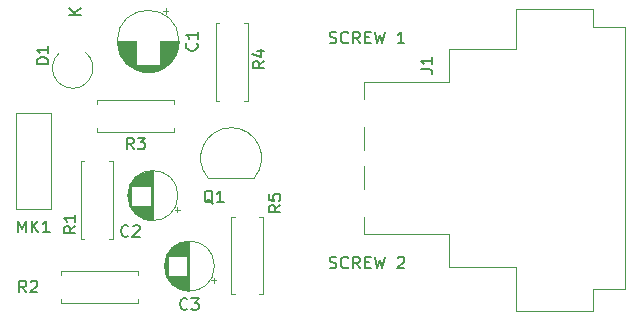
<source format=gbr>
%TF.GenerationSoftware,KiCad,Pcbnew,7.0.10*%
%TF.CreationDate,2024-01-29T12:38:23+01:00*%
%TF.ProjectId,01_taramapre,30315f74-6172-4616-9d61-7072652e6b69,rev?*%
%TF.SameCoordinates,Original*%
%TF.FileFunction,Legend,Top*%
%TF.FilePolarity,Positive*%
%FSLAX46Y46*%
G04 Gerber Fmt 4.6, Leading zero omitted, Abs format (unit mm)*
G04 Created by KiCad (PCBNEW 7.0.10) date 2024-01-29 12:38:23*
%MOMM*%
%LPD*%
G01*
G04 APERTURE LIST*
%ADD10C,0.150000*%
%ADD11C,0.120000*%
G04 APERTURE END LIST*
D10*
X137884819Y-77549333D02*
X138599104Y-77549333D01*
X138599104Y-77549333D02*
X138741961Y-77596952D01*
X138741961Y-77596952D02*
X138837200Y-77692190D01*
X138837200Y-77692190D02*
X138884819Y-77835047D01*
X138884819Y-77835047D02*
X138884819Y-77930285D01*
X138884819Y-76549333D02*
X138884819Y-77120761D01*
X138884819Y-76835047D02*
X137884819Y-76835047D01*
X137884819Y-76835047D02*
X138027676Y-76930285D01*
X138027676Y-76930285D02*
X138122914Y-77025523D01*
X138122914Y-77025523D02*
X138170533Y-77120761D01*
X103814476Y-91386819D02*
X103814476Y-90386819D01*
X103814476Y-90386819D02*
X104147809Y-91101104D01*
X104147809Y-91101104D02*
X104481142Y-90386819D01*
X104481142Y-90386819D02*
X104481142Y-91386819D01*
X104957333Y-91386819D02*
X104957333Y-90386819D01*
X105528761Y-91386819D02*
X105100190Y-90815390D01*
X105528761Y-90386819D02*
X104957333Y-90958247D01*
X106481142Y-91386819D02*
X105909714Y-91386819D01*
X106195428Y-91386819D02*
X106195428Y-90386819D01*
X106195428Y-90386819D02*
X106100190Y-90529676D01*
X106100190Y-90529676D02*
X106004952Y-90624914D01*
X106004952Y-90624914D02*
X105909714Y-90672533D01*
X126014819Y-89066666D02*
X125538628Y-89399999D01*
X126014819Y-89638094D02*
X125014819Y-89638094D01*
X125014819Y-89638094D02*
X125014819Y-89257142D01*
X125014819Y-89257142D02*
X125062438Y-89161904D01*
X125062438Y-89161904D02*
X125110057Y-89114285D01*
X125110057Y-89114285D02*
X125205295Y-89066666D01*
X125205295Y-89066666D02*
X125348152Y-89066666D01*
X125348152Y-89066666D02*
X125443390Y-89114285D01*
X125443390Y-89114285D02*
X125491009Y-89161904D01*
X125491009Y-89161904D02*
X125538628Y-89257142D01*
X125538628Y-89257142D02*
X125538628Y-89638094D01*
X125014819Y-88161904D02*
X125014819Y-88638094D01*
X125014819Y-88638094D02*
X125491009Y-88685713D01*
X125491009Y-88685713D02*
X125443390Y-88638094D01*
X125443390Y-88638094D02*
X125395771Y-88542856D01*
X125395771Y-88542856D02*
X125395771Y-88304761D01*
X125395771Y-88304761D02*
X125443390Y-88209523D01*
X125443390Y-88209523D02*
X125491009Y-88161904D01*
X125491009Y-88161904D02*
X125586247Y-88114285D01*
X125586247Y-88114285D02*
X125824342Y-88114285D01*
X125824342Y-88114285D02*
X125919580Y-88161904D01*
X125919580Y-88161904D02*
X125967200Y-88209523D01*
X125967200Y-88209523D02*
X126014819Y-88304761D01*
X126014819Y-88304761D02*
X126014819Y-88542856D01*
X126014819Y-88542856D02*
X125967200Y-88638094D01*
X125967200Y-88638094D02*
X125919580Y-88685713D01*
X113593333Y-84358819D02*
X113260000Y-83882628D01*
X113021905Y-84358819D02*
X113021905Y-83358819D01*
X113021905Y-83358819D02*
X113402857Y-83358819D01*
X113402857Y-83358819D02*
X113498095Y-83406438D01*
X113498095Y-83406438D02*
X113545714Y-83454057D01*
X113545714Y-83454057D02*
X113593333Y-83549295D01*
X113593333Y-83549295D02*
X113593333Y-83692152D01*
X113593333Y-83692152D02*
X113545714Y-83787390D01*
X113545714Y-83787390D02*
X113498095Y-83835009D01*
X113498095Y-83835009D02*
X113402857Y-83882628D01*
X113402857Y-83882628D02*
X113021905Y-83882628D01*
X113926667Y-83358819D02*
X114545714Y-83358819D01*
X114545714Y-83358819D02*
X114212381Y-83739771D01*
X114212381Y-83739771D02*
X114355238Y-83739771D01*
X114355238Y-83739771D02*
X114450476Y-83787390D01*
X114450476Y-83787390D02*
X114498095Y-83835009D01*
X114498095Y-83835009D02*
X114545714Y-83930247D01*
X114545714Y-83930247D02*
X114545714Y-84168342D01*
X114545714Y-84168342D02*
X114498095Y-84263580D01*
X114498095Y-84263580D02*
X114450476Y-84311200D01*
X114450476Y-84311200D02*
X114355238Y-84358819D01*
X114355238Y-84358819D02*
X114069524Y-84358819D01*
X114069524Y-84358819D02*
X113974286Y-84311200D01*
X113974286Y-84311200D02*
X113926667Y-84263580D01*
X130183333Y-94387200D02*
X130326190Y-94434819D01*
X130326190Y-94434819D02*
X130564285Y-94434819D01*
X130564285Y-94434819D02*
X130659523Y-94387200D01*
X130659523Y-94387200D02*
X130707142Y-94339580D01*
X130707142Y-94339580D02*
X130754761Y-94244342D01*
X130754761Y-94244342D02*
X130754761Y-94149104D01*
X130754761Y-94149104D02*
X130707142Y-94053866D01*
X130707142Y-94053866D02*
X130659523Y-94006247D01*
X130659523Y-94006247D02*
X130564285Y-93958628D01*
X130564285Y-93958628D02*
X130373809Y-93911009D01*
X130373809Y-93911009D02*
X130278571Y-93863390D01*
X130278571Y-93863390D02*
X130230952Y-93815771D01*
X130230952Y-93815771D02*
X130183333Y-93720533D01*
X130183333Y-93720533D02*
X130183333Y-93625295D01*
X130183333Y-93625295D02*
X130230952Y-93530057D01*
X130230952Y-93530057D02*
X130278571Y-93482438D01*
X130278571Y-93482438D02*
X130373809Y-93434819D01*
X130373809Y-93434819D02*
X130611904Y-93434819D01*
X130611904Y-93434819D02*
X130754761Y-93482438D01*
X131754761Y-94339580D02*
X131707142Y-94387200D01*
X131707142Y-94387200D02*
X131564285Y-94434819D01*
X131564285Y-94434819D02*
X131469047Y-94434819D01*
X131469047Y-94434819D02*
X131326190Y-94387200D01*
X131326190Y-94387200D02*
X131230952Y-94291961D01*
X131230952Y-94291961D02*
X131183333Y-94196723D01*
X131183333Y-94196723D02*
X131135714Y-94006247D01*
X131135714Y-94006247D02*
X131135714Y-93863390D01*
X131135714Y-93863390D02*
X131183333Y-93672914D01*
X131183333Y-93672914D02*
X131230952Y-93577676D01*
X131230952Y-93577676D02*
X131326190Y-93482438D01*
X131326190Y-93482438D02*
X131469047Y-93434819D01*
X131469047Y-93434819D02*
X131564285Y-93434819D01*
X131564285Y-93434819D02*
X131707142Y-93482438D01*
X131707142Y-93482438D02*
X131754761Y-93530057D01*
X132754761Y-94434819D02*
X132421428Y-93958628D01*
X132183333Y-94434819D02*
X132183333Y-93434819D01*
X132183333Y-93434819D02*
X132564285Y-93434819D01*
X132564285Y-93434819D02*
X132659523Y-93482438D01*
X132659523Y-93482438D02*
X132707142Y-93530057D01*
X132707142Y-93530057D02*
X132754761Y-93625295D01*
X132754761Y-93625295D02*
X132754761Y-93768152D01*
X132754761Y-93768152D02*
X132707142Y-93863390D01*
X132707142Y-93863390D02*
X132659523Y-93911009D01*
X132659523Y-93911009D02*
X132564285Y-93958628D01*
X132564285Y-93958628D02*
X132183333Y-93958628D01*
X133183333Y-93911009D02*
X133516666Y-93911009D01*
X133659523Y-94434819D02*
X133183333Y-94434819D01*
X133183333Y-94434819D02*
X133183333Y-93434819D01*
X133183333Y-93434819D02*
X133659523Y-93434819D01*
X133992857Y-93434819D02*
X134230952Y-94434819D01*
X134230952Y-94434819D02*
X134421428Y-93720533D01*
X134421428Y-93720533D02*
X134611904Y-94434819D01*
X134611904Y-94434819D02*
X134850000Y-93434819D01*
X135945238Y-93530057D02*
X135992857Y-93482438D01*
X135992857Y-93482438D02*
X136088095Y-93434819D01*
X136088095Y-93434819D02*
X136326190Y-93434819D01*
X136326190Y-93434819D02*
X136421428Y-93482438D01*
X136421428Y-93482438D02*
X136469047Y-93530057D01*
X136469047Y-93530057D02*
X136516666Y-93625295D01*
X136516666Y-93625295D02*
X136516666Y-93720533D01*
X136516666Y-93720533D02*
X136469047Y-93863390D01*
X136469047Y-93863390D02*
X135897619Y-94434819D01*
X135897619Y-94434819D02*
X136516666Y-94434819D01*
X113149333Y-91672580D02*
X113101714Y-91720200D01*
X113101714Y-91720200D02*
X112958857Y-91767819D01*
X112958857Y-91767819D02*
X112863619Y-91767819D01*
X112863619Y-91767819D02*
X112720762Y-91720200D01*
X112720762Y-91720200D02*
X112625524Y-91624961D01*
X112625524Y-91624961D02*
X112577905Y-91529723D01*
X112577905Y-91529723D02*
X112530286Y-91339247D01*
X112530286Y-91339247D02*
X112530286Y-91196390D01*
X112530286Y-91196390D02*
X112577905Y-91005914D01*
X112577905Y-91005914D02*
X112625524Y-90910676D01*
X112625524Y-90910676D02*
X112720762Y-90815438D01*
X112720762Y-90815438D02*
X112863619Y-90767819D01*
X112863619Y-90767819D02*
X112958857Y-90767819D01*
X112958857Y-90767819D02*
X113101714Y-90815438D01*
X113101714Y-90815438D02*
X113149333Y-90863057D01*
X113530286Y-90863057D02*
X113577905Y-90815438D01*
X113577905Y-90815438D02*
X113673143Y-90767819D01*
X113673143Y-90767819D02*
X113911238Y-90767819D01*
X113911238Y-90767819D02*
X114006476Y-90815438D01*
X114006476Y-90815438D02*
X114054095Y-90863057D01*
X114054095Y-90863057D02*
X114101714Y-90958295D01*
X114101714Y-90958295D02*
X114101714Y-91053533D01*
X114101714Y-91053533D02*
X114054095Y-91196390D01*
X114054095Y-91196390D02*
X113482667Y-91767819D01*
X113482667Y-91767819D02*
X114101714Y-91767819D01*
X130183333Y-75337200D02*
X130326190Y-75384819D01*
X130326190Y-75384819D02*
X130564285Y-75384819D01*
X130564285Y-75384819D02*
X130659523Y-75337200D01*
X130659523Y-75337200D02*
X130707142Y-75289580D01*
X130707142Y-75289580D02*
X130754761Y-75194342D01*
X130754761Y-75194342D02*
X130754761Y-75099104D01*
X130754761Y-75099104D02*
X130707142Y-75003866D01*
X130707142Y-75003866D02*
X130659523Y-74956247D01*
X130659523Y-74956247D02*
X130564285Y-74908628D01*
X130564285Y-74908628D02*
X130373809Y-74861009D01*
X130373809Y-74861009D02*
X130278571Y-74813390D01*
X130278571Y-74813390D02*
X130230952Y-74765771D01*
X130230952Y-74765771D02*
X130183333Y-74670533D01*
X130183333Y-74670533D02*
X130183333Y-74575295D01*
X130183333Y-74575295D02*
X130230952Y-74480057D01*
X130230952Y-74480057D02*
X130278571Y-74432438D01*
X130278571Y-74432438D02*
X130373809Y-74384819D01*
X130373809Y-74384819D02*
X130611904Y-74384819D01*
X130611904Y-74384819D02*
X130754761Y-74432438D01*
X131754761Y-75289580D02*
X131707142Y-75337200D01*
X131707142Y-75337200D02*
X131564285Y-75384819D01*
X131564285Y-75384819D02*
X131469047Y-75384819D01*
X131469047Y-75384819D02*
X131326190Y-75337200D01*
X131326190Y-75337200D02*
X131230952Y-75241961D01*
X131230952Y-75241961D02*
X131183333Y-75146723D01*
X131183333Y-75146723D02*
X131135714Y-74956247D01*
X131135714Y-74956247D02*
X131135714Y-74813390D01*
X131135714Y-74813390D02*
X131183333Y-74622914D01*
X131183333Y-74622914D02*
X131230952Y-74527676D01*
X131230952Y-74527676D02*
X131326190Y-74432438D01*
X131326190Y-74432438D02*
X131469047Y-74384819D01*
X131469047Y-74384819D02*
X131564285Y-74384819D01*
X131564285Y-74384819D02*
X131707142Y-74432438D01*
X131707142Y-74432438D02*
X131754761Y-74480057D01*
X132754761Y-75384819D02*
X132421428Y-74908628D01*
X132183333Y-75384819D02*
X132183333Y-74384819D01*
X132183333Y-74384819D02*
X132564285Y-74384819D01*
X132564285Y-74384819D02*
X132659523Y-74432438D01*
X132659523Y-74432438D02*
X132707142Y-74480057D01*
X132707142Y-74480057D02*
X132754761Y-74575295D01*
X132754761Y-74575295D02*
X132754761Y-74718152D01*
X132754761Y-74718152D02*
X132707142Y-74813390D01*
X132707142Y-74813390D02*
X132659523Y-74861009D01*
X132659523Y-74861009D02*
X132564285Y-74908628D01*
X132564285Y-74908628D02*
X132183333Y-74908628D01*
X133183333Y-74861009D02*
X133516666Y-74861009D01*
X133659523Y-75384819D02*
X133183333Y-75384819D01*
X133183333Y-75384819D02*
X133183333Y-74384819D01*
X133183333Y-74384819D02*
X133659523Y-74384819D01*
X133992857Y-74384819D02*
X134230952Y-75384819D01*
X134230952Y-75384819D02*
X134421428Y-74670533D01*
X134421428Y-74670533D02*
X134611904Y-75384819D01*
X134611904Y-75384819D02*
X134850000Y-74384819D01*
X136516666Y-75384819D02*
X135945238Y-75384819D01*
X136230952Y-75384819D02*
X136230952Y-74384819D01*
X136230952Y-74384819D02*
X136135714Y-74527676D01*
X136135714Y-74527676D02*
X136040476Y-74622914D01*
X136040476Y-74622914D02*
X135945238Y-74670533D01*
X118917580Y-75366666D02*
X118965200Y-75414285D01*
X118965200Y-75414285D02*
X119012819Y-75557142D01*
X119012819Y-75557142D02*
X119012819Y-75652380D01*
X119012819Y-75652380D02*
X118965200Y-75795237D01*
X118965200Y-75795237D02*
X118869961Y-75890475D01*
X118869961Y-75890475D02*
X118774723Y-75938094D01*
X118774723Y-75938094D02*
X118584247Y-75985713D01*
X118584247Y-75985713D02*
X118441390Y-75985713D01*
X118441390Y-75985713D02*
X118250914Y-75938094D01*
X118250914Y-75938094D02*
X118155676Y-75890475D01*
X118155676Y-75890475D02*
X118060438Y-75795237D01*
X118060438Y-75795237D02*
X118012819Y-75652380D01*
X118012819Y-75652380D02*
X118012819Y-75557142D01*
X118012819Y-75557142D02*
X118060438Y-75414285D01*
X118060438Y-75414285D02*
X118108057Y-75366666D01*
X119012819Y-74414285D02*
X119012819Y-74985713D01*
X119012819Y-74699999D02*
X118012819Y-74699999D01*
X118012819Y-74699999D02*
X118155676Y-74795237D01*
X118155676Y-74795237D02*
X118250914Y-74890475D01*
X118250914Y-74890475D02*
X118298533Y-74985713D01*
X118137933Y-97843580D02*
X118090314Y-97891200D01*
X118090314Y-97891200D02*
X117947457Y-97938819D01*
X117947457Y-97938819D02*
X117852219Y-97938819D01*
X117852219Y-97938819D02*
X117709362Y-97891200D01*
X117709362Y-97891200D02*
X117614124Y-97795961D01*
X117614124Y-97795961D02*
X117566505Y-97700723D01*
X117566505Y-97700723D02*
X117518886Y-97510247D01*
X117518886Y-97510247D02*
X117518886Y-97367390D01*
X117518886Y-97367390D02*
X117566505Y-97176914D01*
X117566505Y-97176914D02*
X117614124Y-97081676D01*
X117614124Y-97081676D02*
X117709362Y-96986438D01*
X117709362Y-96986438D02*
X117852219Y-96938819D01*
X117852219Y-96938819D02*
X117947457Y-96938819D01*
X117947457Y-96938819D02*
X118090314Y-96986438D01*
X118090314Y-96986438D02*
X118137933Y-97034057D01*
X118471267Y-96938819D02*
X119090314Y-96938819D01*
X119090314Y-96938819D02*
X118756981Y-97319771D01*
X118756981Y-97319771D02*
X118899838Y-97319771D01*
X118899838Y-97319771D02*
X118995076Y-97367390D01*
X118995076Y-97367390D02*
X119042695Y-97415009D01*
X119042695Y-97415009D02*
X119090314Y-97510247D01*
X119090314Y-97510247D02*
X119090314Y-97748342D01*
X119090314Y-97748342D02*
X119042695Y-97843580D01*
X119042695Y-97843580D02*
X118995076Y-97891200D01*
X118995076Y-97891200D02*
X118899838Y-97938819D01*
X118899838Y-97938819D02*
X118614124Y-97938819D01*
X118614124Y-97938819D02*
X118518886Y-97891200D01*
X118518886Y-97891200D02*
X118471267Y-97843580D01*
X104481333Y-96466819D02*
X104148000Y-95990628D01*
X103909905Y-96466819D02*
X103909905Y-95466819D01*
X103909905Y-95466819D02*
X104290857Y-95466819D01*
X104290857Y-95466819D02*
X104386095Y-95514438D01*
X104386095Y-95514438D02*
X104433714Y-95562057D01*
X104433714Y-95562057D02*
X104481333Y-95657295D01*
X104481333Y-95657295D02*
X104481333Y-95800152D01*
X104481333Y-95800152D02*
X104433714Y-95895390D01*
X104433714Y-95895390D02*
X104386095Y-95943009D01*
X104386095Y-95943009D02*
X104290857Y-95990628D01*
X104290857Y-95990628D02*
X103909905Y-95990628D01*
X104862286Y-95562057D02*
X104909905Y-95514438D01*
X104909905Y-95514438D02*
X105005143Y-95466819D01*
X105005143Y-95466819D02*
X105243238Y-95466819D01*
X105243238Y-95466819D02*
X105338476Y-95514438D01*
X105338476Y-95514438D02*
X105386095Y-95562057D01*
X105386095Y-95562057D02*
X105433714Y-95657295D01*
X105433714Y-95657295D02*
X105433714Y-95752533D01*
X105433714Y-95752533D02*
X105386095Y-95895390D01*
X105386095Y-95895390D02*
X104814667Y-96466819D01*
X104814667Y-96466819D02*
X105433714Y-96466819D01*
X124660819Y-76874666D02*
X124184628Y-77207999D01*
X124660819Y-77446094D02*
X123660819Y-77446094D01*
X123660819Y-77446094D02*
X123660819Y-77065142D01*
X123660819Y-77065142D02*
X123708438Y-76969904D01*
X123708438Y-76969904D02*
X123756057Y-76922285D01*
X123756057Y-76922285D02*
X123851295Y-76874666D01*
X123851295Y-76874666D02*
X123994152Y-76874666D01*
X123994152Y-76874666D02*
X124089390Y-76922285D01*
X124089390Y-76922285D02*
X124137009Y-76969904D01*
X124137009Y-76969904D02*
X124184628Y-77065142D01*
X124184628Y-77065142D02*
X124184628Y-77446094D01*
X123994152Y-76017523D02*
X124660819Y-76017523D01*
X123613200Y-76255618D02*
X124327485Y-76493713D01*
X124327485Y-76493713D02*
X124327485Y-75874666D01*
X108658819Y-90844666D02*
X108182628Y-91177999D01*
X108658819Y-91416094D02*
X107658819Y-91416094D01*
X107658819Y-91416094D02*
X107658819Y-91035142D01*
X107658819Y-91035142D02*
X107706438Y-90939904D01*
X107706438Y-90939904D02*
X107754057Y-90892285D01*
X107754057Y-90892285D02*
X107849295Y-90844666D01*
X107849295Y-90844666D02*
X107992152Y-90844666D01*
X107992152Y-90844666D02*
X108087390Y-90892285D01*
X108087390Y-90892285D02*
X108135009Y-90939904D01*
X108135009Y-90939904D02*
X108182628Y-91035142D01*
X108182628Y-91035142D02*
X108182628Y-91416094D01*
X108658819Y-89892285D02*
X108658819Y-90463713D01*
X108658819Y-90177999D02*
X107658819Y-90177999D01*
X107658819Y-90177999D02*
X107801676Y-90273237D01*
X107801676Y-90273237D02*
X107896914Y-90368475D01*
X107896914Y-90368475D02*
X107944533Y-90463713D01*
X120300761Y-88942057D02*
X120205523Y-88894438D01*
X120205523Y-88894438D02*
X120110285Y-88799200D01*
X120110285Y-88799200D02*
X119967428Y-88656342D01*
X119967428Y-88656342D02*
X119872190Y-88608723D01*
X119872190Y-88608723D02*
X119776952Y-88608723D01*
X119824571Y-88846819D02*
X119729333Y-88799200D01*
X119729333Y-88799200D02*
X119634095Y-88703961D01*
X119634095Y-88703961D02*
X119586476Y-88513485D01*
X119586476Y-88513485D02*
X119586476Y-88180152D01*
X119586476Y-88180152D02*
X119634095Y-87989676D01*
X119634095Y-87989676D02*
X119729333Y-87894438D01*
X119729333Y-87894438D02*
X119824571Y-87846819D01*
X119824571Y-87846819D02*
X120015047Y-87846819D01*
X120015047Y-87846819D02*
X120110285Y-87894438D01*
X120110285Y-87894438D02*
X120205523Y-87989676D01*
X120205523Y-87989676D02*
X120253142Y-88180152D01*
X120253142Y-88180152D02*
X120253142Y-88513485D01*
X120253142Y-88513485D02*
X120205523Y-88703961D01*
X120205523Y-88703961D02*
X120110285Y-88799200D01*
X120110285Y-88799200D02*
X120015047Y-88846819D01*
X120015047Y-88846819D02*
X119824571Y-88846819D01*
X121205523Y-88846819D02*
X120634095Y-88846819D01*
X120919809Y-88846819D02*
X120919809Y-87846819D01*
X120919809Y-87846819D02*
X120824571Y-87989676D01*
X120824571Y-87989676D02*
X120729333Y-88084914D01*
X120729333Y-88084914D02*
X120634095Y-88132533D01*
X106372819Y-77136328D02*
X105372819Y-77136328D01*
X105372819Y-77136328D02*
X105372819Y-76898233D01*
X105372819Y-76898233D02*
X105420438Y-76755376D01*
X105420438Y-76755376D02*
X105515676Y-76660138D01*
X105515676Y-76660138D02*
X105610914Y-76612519D01*
X105610914Y-76612519D02*
X105801390Y-76564900D01*
X105801390Y-76564900D02*
X105944247Y-76564900D01*
X105944247Y-76564900D02*
X106134723Y-76612519D01*
X106134723Y-76612519D02*
X106229961Y-76660138D01*
X106229961Y-76660138D02*
X106325200Y-76755376D01*
X106325200Y-76755376D02*
X106372819Y-76898233D01*
X106372819Y-76898233D02*
X106372819Y-77136328D01*
X106372819Y-75612519D02*
X106372819Y-76183947D01*
X106372819Y-75898233D02*
X105372819Y-75898233D01*
X105372819Y-75898233D02*
X105515676Y-75993471D01*
X105515676Y-75993471D02*
X105610914Y-76088709D01*
X105610914Y-76088709D02*
X105658533Y-76183947D01*
X109134819Y-72977104D02*
X108134819Y-72977104D01*
X109134819Y-72405676D02*
X108563390Y-72834247D01*
X108134819Y-72405676D02*
X108706247Y-72977104D01*
D11*
%TO.C,J1*%
X145930000Y-98010000D02*
X145930000Y-94310000D01*
X152520000Y-98010000D02*
X145930000Y-98010000D01*
X152520000Y-96210000D02*
X152520000Y-98010000D01*
X152520000Y-96210000D02*
X155220000Y-96210000D01*
X145930000Y-94310000D02*
X140280000Y-94310000D01*
X140280000Y-91510000D02*
X140280000Y-94310000D01*
X140280000Y-91510000D02*
X133080000Y-91510000D01*
X133080000Y-90090000D02*
X133080000Y-91510000D01*
X133080000Y-85790000D02*
X133080000Y-87690000D01*
X133080000Y-84390000D02*
X133080000Y-82490000D01*
X133080000Y-78670000D02*
X133080000Y-80090000D01*
X140280000Y-78670000D02*
X133080000Y-78670000D01*
X140280000Y-78670000D02*
X140280000Y-75870000D01*
X145930000Y-75870000D02*
X140280000Y-75870000D01*
X145930000Y-75870000D02*
X145930000Y-72470000D01*
X152520000Y-73970000D02*
X155220000Y-73970000D01*
X155220000Y-73970000D02*
X155220000Y-96210000D01*
X152520000Y-72470000D02*
X152520000Y-73970000D01*
X152520000Y-72470000D02*
X145930000Y-72470000D01*
%TO.C,MK1*%
X103624000Y-89384000D02*
X106624000Y-89384000D01*
X103624000Y-89384000D02*
X103624000Y-81284000D01*
X106624000Y-81284000D02*
X106624000Y-89384000D01*
X106624000Y-81284000D02*
X103624000Y-81284000D01*
%TO.C,R5*%
X124560000Y-90075000D02*
X124560000Y-96615000D01*
X124230000Y-90075000D02*
X124560000Y-90075000D01*
X122150000Y-90075000D02*
X121820000Y-90075000D01*
X121820000Y-90075000D02*
X121820000Y-96615000D01*
X124560000Y-96615000D02*
X124230000Y-96615000D01*
X121820000Y-96615000D02*
X122150000Y-96615000D01*
%TO.C,R3*%
X117030000Y-82904000D02*
X110490000Y-82904000D01*
X117030000Y-82574000D02*
X117030000Y-82904000D01*
X117030000Y-80494000D02*
X117030000Y-80164000D01*
X117030000Y-80164000D02*
X110490000Y-80164000D01*
X110490000Y-82904000D02*
X110490000Y-82574000D01*
X110490000Y-80164000D02*
X110490000Y-80494000D01*
%TO.C,C2*%
X117474801Y-89460000D02*
X117074801Y-89460000D01*
X117274801Y-89660000D02*
X117274801Y-89260000D01*
X115205000Y-90345000D02*
X115205000Y-86185000D01*
X115165000Y-90345000D02*
X115165000Y-86185000D01*
X115125000Y-90344000D02*
X115125000Y-86186000D01*
X115085000Y-90342000D02*
X115085000Y-86188000D01*
X115045000Y-90339000D02*
X115045000Y-86191000D01*
X115005000Y-90336000D02*
X115005000Y-89105000D01*
X115005000Y-87425000D02*
X115005000Y-86194000D01*
X114965000Y-90332000D02*
X114965000Y-89105000D01*
X114965000Y-87425000D02*
X114965000Y-86198000D01*
X114925000Y-90327000D02*
X114925000Y-89105000D01*
X114925000Y-87425000D02*
X114925000Y-86203000D01*
X114885000Y-90321000D02*
X114885000Y-89105000D01*
X114885000Y-87425000D02*
X114885000Y-86209000D01*
X114845000Y-90315000D02*
X114845000Y-89105000D01*
X114845000Y-87425000D02*
X114845000Y-86215000D01*
X114805000Y-90307000D02*
X114805000Y-89105000D01*
X114805000Y-87425000D02*
X114805000Y-86223000D01*
X114765000Y-90299000D02*
X114765000Y-89105000D01*
X114765000Y-87425000D02*
X114765000Y-86231000D01*
X114725000Y-90290000D02*
X114725000Y-89105000D01*
X114725000Y-87425000D02*
X114725000Y-86240000D01*
X114685000Y-90281000D02*
X114685000Y-89105000D01*
X114685000Y-87425000D02*
X114685000Y-86249000D01*
X114645000Y-90270000D02*
X114645000Y-89105000D01*
X114645000Y-87425000D02*
X114645000Y-86260000D01*
X114605000Y-90259000D02*
X114605000Y-89105000D01*
X114605000Y-87425000D02*
X114605000Y-86271000D01*
X114565000Y-90247000D02*
X114565000Y-89105000D01*
X114565000Y-87425000D02*
X114565000Y-86283000D01*
X114525000Y-90233000D02*
X114525000Y-89105000D01*
X114525000Y-87425000D02*
X114525000Y-86297000D01*
X114484000Y-90219000D02*
X114484000Y-89105000D01*
X114484000Y-87425000D02*
X114484000Y-86311000D01*
X114444000Y-90205000D02*
X114444000Y-89105000D01*
X114444000Y-87425000D02*
X114444000Y-86325000D01*
X114404000Y-90189000D02*
X114404000Y-89105000D01*
X114404000Y-87425000D02*
X114404000Y-86341000D01*
X114364000Y-90172000D02*
X114364000Y-89105000D01*
X114364000Y-87425000D02*
X114364000Y-86358000D01*
X114324000Y-90154000D02*
X114324000Y-89105000D01*
X114324000Y-87425000D02*
X114324000Y-86376000D01*
X114284000Y-90135000D02*
X114284000Y-89105000D01*
X114284000Y-87425000D02*
X114284000Y-86395000D01*
X114244000Y-90116000D02*
X114244000Y-89105000D01*
X114244000Y-87425000D02*
X114244000Y-86414000D01*
X114204000Y-90095000D02*
X114204000Y-89105000D01*
X114204000Y-87425000D02*
X114204000Y-86435000D01*
X114164000Y-90073000D02*
X114164000Y-89105000D01*
X114164000Y-87425000D02*
X114164000Y-86457000D01*
X114124000Y-90050000D02*
X114124000Y-89105000D01*
X114124000Y-87425000D02*
X114124000Y-86480000D01*
X114084000Y-90025000D02*
X114084000Y-89105000D01*
X114084000Y-87425000D02*
X114084000Y-86505000D01*
X114044000Y-90000000D02*
X114044000Y-89105000D01*
X114044000Y-87425000D02*
X114044000Y-86530000D01*
X114004000Y-89973000D02*
X114004000Y-89105000D01*
X114004000Y-87425000D02*
X114004000Y-86557000D01*
X113964000Y-89945000D02*
X113964000Y-89105000D01*
X113964000Y-87425000D02*
X113964000Y-86585000D01*
X113924000Y-89915000D02*
X113924000Y-89105000D01*
X113924000Y-87425000D02*
X113924000Y-86615000D01*
X113884000Y-89884000D02*
X113884000Y-89105000D01*
X113884000Y-87425000D02*
X113884000Y-86646000D01*
X113844000Y-89852000D02*
X113844000Y-89105000D01*
X113844000Y-87425000D02*
X113844000Y-86678000D01*
X113804000Y-89817000D02*
X113804000Y-89105000D01*
X113804000Y-87425000D02*
X113804000Y-86713000D01*
X113764000Y-89781000D02*
X113764000Y-89105000D01*
X113764000Y-87425000D02*
X113764000Y-86749000D01*
X113724000Y-89743000D02*
X113724000Y-89105000D01*
X113724000Y-87425000D02*
X113724000Y-86787000D01*
X113684000Y-89703000D02*
X113684000Y-89105000D01*
X113684000Y-87425000D02*
X113684000Y-86827000D01*
X113644000Y-89661000D02*
X113644000Y-89105000D01*
X113644000Y-87425000D02*
X113644000Y-86869000D01*
X113604000Y-89616000D02*
X113604000Y-89105000D01*
X113604000Y-87425000D02*
X113604000Y-86914000D01*
X113564000Y-89569000D02*
X113564000Y-89105000D01*
X113564000Y-87425000D02*
X113564000Y-86961000D01*
X113524000Y-89519000D02*
X113524000Y-89105000D01*
X113524000Y-87425000D02*
X113524000Y-87011000D01*
X113484000Y-89465000D02*
X113484000Y-89105000D01*
X113484000Y-87425000D02*
X113484000Y-87065000D01*
X113444000Y-89407000D02*
X113444000Y-89105000D01*
X113444000Y-87425000D02*
X113444000Y-87123000D01*
X113404000Y-89345000D02*
X113404000Y-89105000D01*
X113404000Y-87425000D02*
X113404000Y-87185000D01*
X113364000Y-89278000D02*
X113364000Y-87252000D01*
X113324000Y-89205000D02*
X113324000Y-87325000D01*
X113284000Y-89124000D02*
X113284000Y-87406000D01*
X113244000Y-89033000D02*
X113244000Y-87497000D01*
X113204000Y-88929000D02*
X113204000Y-87601000D01*
X113164000Y-88802000D02*
X113164000Y-87728000D01*
X113124000Y-88635000D02*
X113124000Y-87895000D01*
X117325000Y-88265000D02*
G75*
G03*
X113085000Y-88265000I-2120000J0D01*
G01*
X113085000Y-88265000D02*
G75*
G03*
X117325000Y-88265000I2120000J0D01*
G01*
%TO.C,C1*%
X116283000Y-72395225D02*
X116283000Y-72895225D01*
X116533000Y-72645225D02*
X116033000Y-72645225D01*
X117388000Y-75200000D02*
X115848000Y-75200000D01*
X113768000Y-75200000D02*
X112228000Y-75200000D01*
X117388000Y-75240000D02*
X115848000Y-75240000D01*
X113768000Y-75240000D02*
X112228000Y-75240000D01*
X117387000Y-75280000D02*
X115848000Y-75280000D01*
X113768000Y-75280000D02*
X112229000Y-75280000D01*
X117386000Y-75320000D02*
X115848000Y-75320000D01*
X113768000Y-75320000D02*
X112230000Y-75320000D01*
X117384000Y-75360000D02*
X115848000Y-75360000D01*
X113768000Y-75360000D02*
X112232000Y-75360000D01*
X117381000Y-75400000D02*
X115848000Y-75400000D01*
X113768000Y-75400000D02*
X112235000Y-75400000D01*
X117377000Y-75440000D02*
X115848000Y-75440000D01*
X113768000Y-75440000D02*
X112239000Y-75440000D01*
X117373000Y-75480000D02*
X115848000Y-75480000D01*
X113768000Y-75480000D02*
X112243000Y-75480000D01*
X117369000Y-75520000D02*
X115848000Y-75520000D01*
X113768000Y-75520000D02*
X112247000Y-75520000D01*
X117364000Y-75560000D02*
X115848000Y-75560000D01*
X113768000Y-75560000D02*
X112252000Y-75560000D01*
X117358000Y-75600000D02*
X115848000Y-75600000D01*
X113768000Y-75600000D02*
X112258000Y-75600000D01*
X117351000Y-75640000D02*
X115848000Y-75640000D01*
X113768000Y-75640000D02*
X112265000Y-75640000D01*
X117344000Y-75680000D02*
X115848000Y-75680000D01*
X113768000Y-75680000D02*
X112272000Y-75680000D01*
X117336000Y-75720000D02*
X115848000Y-75720000D01*
X113768000Y-75720000D02*
X112280000Y-75720000D01*
X117328000Y-75760000D02*
X115848000Y-75760000D01*
X113768000Y-75760000D02*
X112288000Y-75760000D01*
X117319000Y-75800000D02*
X115848000Y-75800000D01*
X113768000Y-75800000D02*
X112297000Y-75800000D01*
X117309000Y-75840000D02*
X115848000Y-75840000D01*
X113768000Y-75840000D02*
X112307000Y-75840000D01*
X117299000Y-75880000D02*
X115848000Y-75880000D01*
X113768000Y-75880000D02*
X112317000Y-75880000D01*
X117288000Y-75921000D02*
X115848000Y-75921000D01*
X113768000Y-75921000D02*
X112328000Y-75921000D01*
X117276000Y-75961000D02*
X115848000Y-75961000D01*
X113768000Y-75961000D02*
X112340000Y-75961000D01*
X117263000Y-76001000D02*
X115848000Y-76001000D01*
X113768000Y-76001000D02*
X112353000Y-76001000D01*
X117250000Y-76041000D02*
X115848000Y-76041000D01*
X113768000Y-76041000D02*
X112366000Y-76041000D01*
X117236000Y-76081000D02*
X115848000Y-76081000D01*
X113768000Y-76081000D02*
X112380000Y-76081000D01*
X117222000Y-76121000D02*
X115848000Y-76121000D01*
X113768000Y-76121000D02*
X112394000Y-76121000D01*
X117206000Y-76161000D02*
X115848000Y-76161000D01*
X113768000Y-76161000D02*
X112410000Y-76161000D01*
X117190000Y-76201000D02*
X115848000Y-76201000D01*
X113768000Y-76201000D02*
X112426000Y-76201000D01*
X117173000Y-76241000D02*
X115848000Y-76241000D01*
X113768000Y-76241000D02*
X112443000Y-76241000D01*
X117156000Y-76281000D02*
X115848000Y-76281000D01*
X113768000Y-76281000D02*
X112460000Y-76281000D01*
X117137000Y-76321000D02*
X115848000Y-76321000D01*
X113768000Y-76321000D02*
X112479000Y-76321000D01*
X117118000Y-76361000D02*
X115848000Y-76361000D01*
X113768000Y-76361000D02*
X112498000Y-76361000D01*
X117098000Y-76401000D02*
X115848000Y-76401000D01*
X113768000Y-76401000D02*
X112518000Y-76401000D01*
X117076000Y-76441000D02*
X115848000Y-76441000D01*
X113768000Y-76441000D02*
X112540000Y-76441000D01*
X117055000Y-76481000D02*
X115848000Y-76481000D01*
X113768000Y-76481000D02*
X112561000Y-76481000D01*
X117032000Y-76521000D02*
X115848000Y-76521000D01*
X113768000Y-76521000D02*
X112584000Y-76521000D01*
X117008000Y-76561000D02*
X115848000Y-76561000D01*
X113768000Y-76561000D02*
X112608000Y-76561000D01*
X116983000Y-76601000D02*
X115848000Y-76601000D01*
X113768000Y-76601000D02*
X112633000Y-76601000D01*
X116957000Y-76641000D02*
X115848000Y-76641000D01*
X113768000Y-76641000D02*
X112659000Y-76641000D01*
X116930000Y-76681000D02*
X115848000Y-76681000D01*
X113768000Y-76681000D02*
X112686000Y-76681000D01*
X116903000Y-76721000D02*
X115848000Y-76721000D01*
X113768000Y-76721000D02*
X112713000Y-76721000D01*
X116873000Y-76761000D02*
X115848000Y-76761000D01*
X113768000Y-76761000D02*
X112743000Y-76761000D01*
X116843000Y-76801000D02*
X115848000Y-76801000D01*
X113768000Y-76801000D02*
X112773000Y-76801000D01*
X116812000Y-76841000D02*
X115848000Y-76841000D01*
X113768000Y-76841000D02*
X112804000Y-76841000D01*
X116779000Y-76881000D02*
X115848000Y-76881000D01*
X113768000Y-76881000D02*
X112837000Y-76881000D01*
X116745000Y-76921000D02*
X115848000Y-76921000D01*
X113768000Y-76921000D02*
X112871000Y-76921000D01*
X116709000Y-76961000D02*
X115848000Y-76961000D01*
X113768000Y-76961000D02*
X112907000Y-76961000D01*
X116672000Y-77001000D02*
X115848000Y-77001000D01*
X113768000Y-77001000D02*
X112944000Y-77001000D01*
X116634000Y-77041000D02*
X115848000Y-77041000D01*
X113768000Y-77041000D02*
X112982000Y-77041000D01*
X116593000Y-77081000D02*
X115848000Y-77081000D01*
X113768000Y-77081000D02*
X113023000Y-77081000D01*
X116551000Y-77121000D02*
X115848000Y-77121000D01*
X113768000Y-77121000D02*
X113065000Y-77121000D01*
X116507000Y-77161000D02*
X115848000Y-77161000D01*
X113768000Y-77161000D02*
X113109000Y-77161000D01*
X116461000Y-77201000D02*
X115848000Y-77201000D01*
X113768000Y-77201000D02*
X113155000Y-77201000D01*
X116413000Y-77241000D02*
X113203000Y-77241000D01*
X116362000Y-77281000D02*
X113254000Y-77281000D01*
X116308000Y-77321000D02*
X113308000Y-77321000D01*
X116251000Y-77361000D02*
X113365000Y-77361000D01*
X116191000Y-77401000D02*
X113425000Y-77401000D01*
X116127000Y-77441000D02*
X113489000Y-77441000D01*
X116059000Y-77481000D02*
X113557000Y-77481000D01*
X115986000Y-77521000D02*
X113630000Y-77521000D01*
X115906000Y-77561000D02*
X113710000Y-77561000D01*
X115819000Y-77601000D02*
X113797000Y-77601000D01*
X115723000Y-77641000D02*
X113893000Y-77641000D01*
X115613000Y-77681000D02*
X114003000Y-77681000D01*
X115485000Y-77721000D02*
X114131000Y-77721000D01*
X115326000Y-77761000D02*
X114290000Y-77761000D01*
X115092000Y-77801000D02*
X114524000Y-77801000D01*
X117428000Y-75200000D02*
G75*
G03*
X112188000Y-75200000I-2620000J0D01*
G01*
X112188000Y-75200000D02*
G75*
G03*
X117428000Y-75200000I2620000J0D01*
G01*
%TO.C,C3*%
X120574401Y-95429000D02*
X120174401Y-95429000D01*
X120374401Y-95629000D02*
X120374401Y-95229000D01*
X118304600Y-96314000D02*
X118304600Y-92154000D01*
X118264600Y-96314000D02*
X118264600Y-92154000D01*
X118224600Y-96313000D02*
X118224600Y-92155000D01*
X118184600Y-96311000D02*
X118184600Y-92157000D01*
X118144600Y-96308000D02*
X118144600Y-92160000D01*
X118104600Y-96305000D02*
X118104600Y-95074000D01*
X118104600Y-93394000D02*
X118104600Y-92163000D01*
X118064600Y-96301000D02*
X118064600Y-95074000D01*
X118064600Y-93394000D02*
X118064600Y-92167000D01*
X118024600Y-96296000D02*
X118024600Y-95074000D01*
X118024600Y-93394000D02*
X118024600Y-92172000D01*
X117984600Y-96290000D02*
X117984600Y-95074000D01*
X117984600Y-93394000D02*
X117984600Y-92178000D01*
X117944600Y-96284000D02*
X117944600Y-95074000D01*
X117944600Y-93394000D02*
X117944600Y-92184000D01*
X117904600Y-96276000D02*
X117904600Y-95074000D01*
X117904600Y-93394000D02*
X117904600Y-92192000D01*
X117864600Y-96268000D02*
X117864600Y-95074000D01*
X117864600Y-93394000D02*
X117864600Y-92200000D01*
X117824600Y-96259000D02*
X117824600Y-95074000D01*
X117824600Y-93394000D02*
X117824600Y-92209000D01*
X117784600Y-96250000D02*
X117784600Y-95074000D01*
X117784600Y-93394000D02*
X117784600Y-92218000D01*
X117744600Y-96239000D02*
X117744600Y-95074000D01*
X117744600Y-93394000D02*
X117744600Y-92229000D01*
X117704600Y-96228000D02*
X117704600Y-95074000D01*
X117704600Y-93394000D02*
X117704600Y-92240000D01*
X117664600Y-96216000D02*
X117664600Y-95074000D01*
X117664600Y-93394000D02*
X117664600Y-92252000D01*
X117624600Y-96202000D02*
X117624600Y-95074000D01*
X117624600Y-93394000D02*
X117624600Y-92266000D01*
X117583600Y-96188000D02*
X117583600Y-95074000D01*
X117583600Y-93394000D02*
X117583600Y-92280000D01*
X117543600Y-96174000D02*
X117543600Y-95074000D01*
X117543600Y-93394000D02*
X117543600Y-92294000D01*
X117503600Y-96158000D02*
X117503600Y-95074000D01*
X117503600Y-93394000D02*
X117503600Y-92310000D01*
X117463600Y-96141000D02*
X117463600Y-95074000D01*
X117463600Y-93394000D02*
X117463600Y-92327000D01*
X117423600Y-96123000D02*
X117423600Y-95074000D01*
X117423600Y-93394000D02*
X117423600Y-92345000D01*
X117383600Y-96104000D02*
X117383600Y-95074000D01*
X117383600Y-93394000D02*
X117383600Y-92364000D01*
X117343600Y-96085000D02*
X117343600Y-95074000D01*
X117343600Y-93394000D02*
X117343600Y-92383000D01*
X117303600Y-96064000D02*
X117303600Y-95074000D01*
X117303600Y-93394000D02*
X117303600Y-92404000D01*
X117263600Y-96042000D02*
X117263600Y-95074000D01*
X117263600Y-93394000D02*
X117263600Y-92426000D01*
X117223600Y-96019000D02*
X117223600Y-95074000D01*
X117223600Y-93394000D02*
X117223600Y-92449000D01*
X117183600Y-95994000D02*
X117183600Y-95074000D01*
X117183600Y-93394000D02*
X117183600Y-92474000D01*
X117143600Y-95969000D02*
X117143600Y-95074000D01*
X117143600Y-93394000D02*
X117143600Y-92499000D01*
X117103600Y-95942000D02*
X117103600Y-95074000D01*
X117103600Y-93394000D02*
X117103600Y-92526000D01*
X117063600Y-95914000D02*
X117063600Y-95074000D01*
X117063600Y-93394000D02*
X117063600Y-92554000D01*
X117023600Y-95884000D02*
X117023600Y-95074000D01*
X117023600Y-93394000D02*
X117023600Y-92584000D01*
X116983600Y-95853000D02*
X116983600Y-95074000D01*
X116983600Y-93394000D02*
X116983600Y-92615000D01*
X116943600Y-95821000D02*
X116943600Y-95074000D01*
X116943600Y-93394000D02*
X116943600Y-92647000D01*
X116903600Y-95786000D02*
X116903600Y-95074000D01*
X116903600Y-93394000D02*
X116903600Y-92682000D01*
X116863600Y-95750000D02*
X116863600Y-95074000D01*
X116863600Y-93394000D02*
X116863600Y-92718000D01*
X116823600Y-95712000D02*
X116823600Y-95074000D01*
X116823600Y-93394000D02*
X116823600Y-92756000D01*
X116783600Y-95672000D02*
X116783600Y-95074000D01*
X116783600Y-93394000D02*
X116783600Y-92796000D01*
X116743600Y-95630000D02*
X116743600Y-95074000D01*
X116743600Y-93394000D02*
X116743600Y-92838000D01*
X116703600Y-95585000D02*
X116703600Y-95074000D01*
X116703600Y-93394000D02*
X116703600Y-92883000D01*
X116663600Y-95538000D02*
X116663600Y-95074000D01*
X116663600Y-93394000D02*
X116663600Y-92930000D01*
X116623600Y-95488000D02*
X116623600Y-95074000D01*
X116623600Y-93394000D02*
X116623600Y-92980000D01*
X116583600Y-95434000D02*
X116583600Y-95074000D01*
X116583600Y-93394000D02*
X116583600Y-93034000D01*
X116543600Y-95376000D02*
X116543600Y-95074000D01*
X116543600Y-93394000D02*
X116543600Y-93092000D01*
X116503600Y-95314000D02*
X116503600Y-95074000D01*
X116503600Y-93394000D02*
X116503600Y-93154000D01*
X116463600Y-95247000D02*
X116463600Y-93221000D01*
X116423600Y-95174000D02*
X116423600Y-93294000D01*
X116383600Y-95093000D02*
X116383600Y-93375000D01*
X116343600Y-95002000D02*
X116343600Y-93466000D01*
X116303600Y-94898000D02*
X116303600Y-93570000D01*
X116263600Y-94771000D02*
X116263600Y-93697000D01*
X116223600Y-94604000D02*
X116223600Y-93864000D01*
X120424600Y-94234000D02*
G75*
G03*
X116184600Y-94234000I-2120000J0D01*
G01*
X116184600Y-94234000D02*
G75*
G03*
X120424600Y-94234000I2120000J0D01*
G01*
%TO.C,R2*%
X113982000Y-97382000D02*
X107442000Y-97382000D01*
X113982000Y-97052000D02*
X113982000Y-97382000D01*
X113982000Y-94972000D02*
X113982000Y-94642000D01*
X113982000Y-94642000D02*
X107442000Y-94642000D01*
X107442000Y-97382000D02*
X107442000Y-97052000D01*
X107442000Y-94642000D02*
X107442000Y-94972000D01*
%TO.C,R4*%
X123258000Y-73692000D02*
X123258000Y-80232000D01*
X122928000Y-73692000D02*
X123258000Y-73692000D01*
X120848000Y-73692000D02*
X120518000Y-73692000D01*
X120518000Y-73692000D02*
X120518000Y-80232000D01*
X123258000Y-80232000D02*
X122928000Y-80232000D01*
X120518000Y-80232000D02*
X120848000Y-80232000D01*
%TO.C,R1*%
X109088000Y-91916000D02*
X109088000Y-85376000D01*
X109418000Y-91916000D02*
X109088000Y-91916000D01*
X111498000Y-91916000D02*
X111828000Y-91916000D01*
X111828000Y-91916000D02*
X111828000Y-85376000D01*
X109088000Y-85376000D02*
X109418000Y-85376000D01*
X111828000Y-85376000D02*
X111498000Y-85376000D01*
%TO.C,Q1*%
X119900000Y-86790000D02*
X123750000Y-86790000D01*
X123788611Y-86780122D02*
G75*
G03*
X119900000Y-86790000I-1948611J1690122D01*
G01*
%TO.C,D1*%
X107258635Y-76218450D02*
G75*
G03*
X109525999Y-76158848I1167365J-1251550D01*
G01*
%TD*%
M02*

</source>
